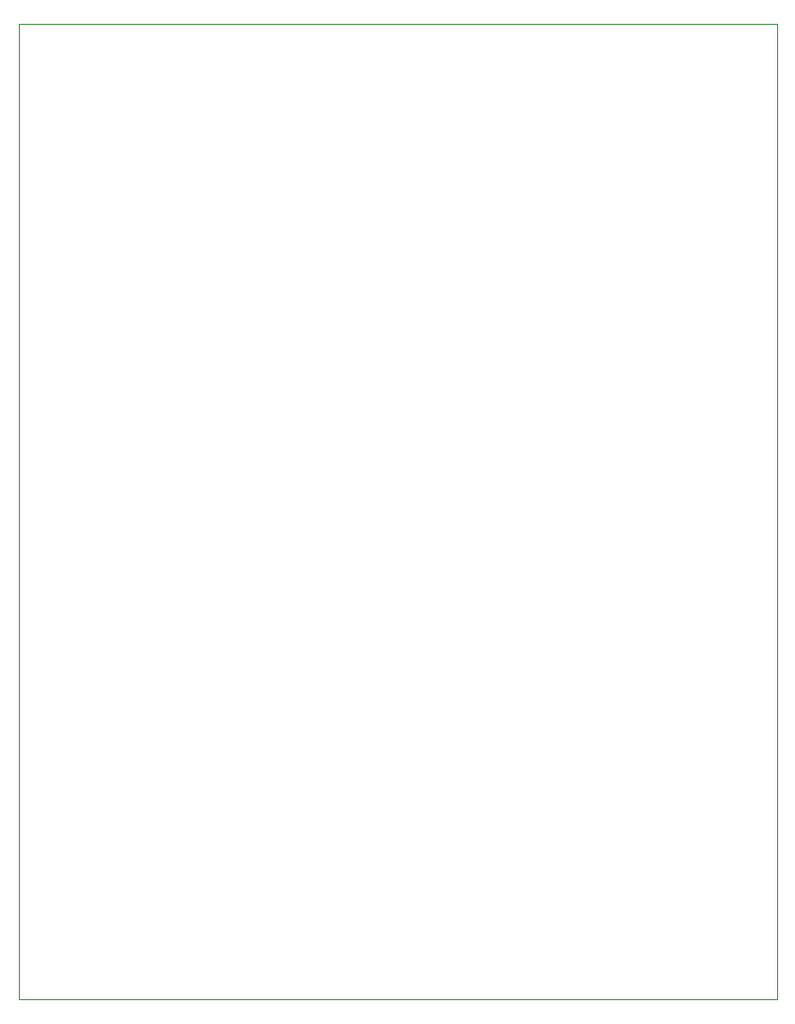
<source format=gtp>
G04 Layer_Color=8421504*
%FSLAX25Y25*%
%MOIN*%
G70*
G01*
G75*
D10*
X245818Y176066D02*
D03*
X243259D02*
D03*
X240700D02*
D03*
X238141D02*
D03*
X235582D02*
D03*
D11*
X240700Y165234D02*
D03*
D12*
X204787Y301575D02*
D03*
Y298426D02*
D03*
X208212Y301575D02*
D03*
Y298426D02*
D03*
D13*
X202564Y305906D02*
D03*
X204137D02*
D03*
X205713D02*
D03*
X207288D02*
D03*
X208862D02*
D03*
X210437D02*
D03*
Y294094D02*
D03*
X208862D02*
D03*
X207288D02*
D03*
X205713D02*
D03*
X204137D02*
D03*
X202564D02*
D03*
D14*
X212405Y303938D02*
D03*
Y302362D02*
D03*
Y300787D02*
D03*
Y299214D02*
D03*
Y297639D02*
D03*
Y296063D02*
D03*
X200594D02*
D03*
Y297639D02*
D03*
Y299214D02*
D03*
Y300787D02*
D03*
Y302362D02*
D03*
Y303938D02*
D03*
D15*
X250500Y440500D02*
D03*
Y446000D02*
D03*
X232500Y372500D02*
D03*
Y378000D02*
D03*
X250500Y422500D02*
D03*
Y428000D02*
D03*
X222000Y378000D02*
D03*
Y383500D02*
D03*
Y363500D02*
D03*
Y358000D02*
D03*
X200500Y445000D02*
D03*
Y450500D02*
D03*
X192000Y321500D02*
D03*
Y327000D02*
D03*
X205500Y321500D02*
D03*
Y327000D02*
D03*
X222500Y321500D02*
D03*
Y327000D02*
D03*
X214500Y321500D02*
D03*
Y327000D02*
D03*
X200500Y430500D02*
D03*
Y425000D02*
D03*
X183000Y292000D02*
D03*
Y286500D02*
D03*
X265000Y332000D02*
D03*
Y337500D02*
D03*
X314000Y187833D02*
D03*
Y182333D02*
D03*
X165500Y179000D02*
D03*
Y173500D02*
D03*
X218500Y178000D02*
D03*
Y183500D02*
D03*
X207500Y178000D02*
D03*
Y183500D02*
D03*
X158500Y186000D02*
D03*
Y191500D02*
D03*
X144500Y186000D02*
D03*
Y191500D02*
D03*
X342500Y186500D02*
D03*
Y181000D02*
D03*
X353500Y186500D02*
D03*
Y192000D02*
D03*
X342500Y213000D02*
D03*
Y207500D02*
D03*
X330000Y207500D02*
D03*
Y202000D02*
D03*
D16*
X319000Y422000D02*
D03*
X324500D02*
D03*
X321500Y354500D02*
D03*
X316000D02*
D03*
X281500Y274400D02*
D03*
X287000D02*
D03*
X281500Y266500D02*
D03*
X287000D02*
D03*
X281500Y256500D02*
D03*
X287000D02*
D03*
X281500Y306000D02*
D03*
X287000D02*
D03*
X281500Y298100D02*
D03*
X287000D02*
D03*
X281500Y290200D02*
D03*
X287000D02*
D03*
X281500Y282500D02*
D03*
X287000D02*
D03*
X180500Y321500D02*
D03*
X175000D02*
D03*
X213000Y281500D02*
D03*
X207500D02*
D03*
X226500D02*
D03*
X221000D02*
D03*
X307000Y354500D02*
D03*
X301500D02*
D03*
X248000Y236833D02*
D03*
X253500D02*
D03*
X248000Y223833D02*
D03*
X253500D02*
D03*
X328000Y181000D02*
D03*
X333500D02*
D03*
X314000Y171000D02*
D03*
X308500D02*
D03*
X319500Y201333D02*
D03*
X314000D02*
D03*
X189500Y232500D02*
D03*
X195000D02*
D03*
X333500Y188000D02*
D03*
X328000D02*
D03*
X195000Y250500D02*
D03*
X189500D02*
D03*
X330500Y222333D02*
D03*
X336000D02*
D03*
X314000Y217833D02*
D03*
X319500D02*
D03*
X314000Y231833D02*
D03*
X319500D02*
D03*
D17*
X313743Y299522D02*
D03*
X313751Y295193D02*
D03*
X313743Y290876D02*
D03*
Y286548D02*
D03*
Y282222D02*
D03*
Y277898D02*
D03*
Y273581D02*
D03*
Y269258D02*
D03*
Y264912D02*
D03*
D18*
X316256Y260000D02*
D03*
D19*
Y318000D02*
D03*
D20*
X354257Y321000D02*
D03*
Y260000D02*
D03*
D21*
X255000Y211833D02*
D03*
Y209833D02*
D03*
Y207833D02*
D03*
Y205833D02*
D03*
Y203833D02*
D03*
Y201833D02*
D03*
Y199833D02*
D03*
X243500D02*
D03*
Y201833D02*
D03*
Y203833D02*
D03*
Y205833D02*
D03*
Y207833D02*
D03*
Y209833D02*
D03*
Y211833D02*
D03*
D22*
X353500Y210000D02*
D03*
Y207500D02*
D03*
Y205000D02*
D03*
Y202500D02*
D03*
X372811D02*
D03*
Y205000D02*
D03*
Y210000D02*
D03*
Y207500D02*
D03*
D23*
X195500Y193500D02*
D03*
X177500D02*
D03*
D24*
X186500D02*
D03*
D25*
Y168697D02*
D03*
D26*
X274000Y332001D02*
D03*
Y340702D02*
D03*
D27*
X153499Y173500D02*
D03*
X144798D02*
D03*
D28*
X272736Y415350D02*
D03*
X274705D02*
D03*
X276673D02*
D03*
X278642D02*
D03*
X280610D02*
D03*
X282579D02*
D03*
X284547D02*
D03*
X286516D02*
D03*
X288484D02*
D03*
X290453D02*
D03*
X292421D02*
D03*
X294390D02*
D03*
X296358D02*
D03*
X298327D02*
D03*
X300295D02*
D03*
X302264D02*
D03*
Y371650D02*
D03*
X300295D02*
D03*
X298327D02*
D03*
X296358D02*
D03*
X294390D02*
D03*
X292421D02*
D03*
X290453D02*
D03*
X288484D02*
D03*
X286516D02*
D03*
X284547D02*
D03*
X282579D02*
D03*
X280610D02*
D03*
X278642D02*
D03*
X276673D02*
D03*
X274705D02*
D03*
X272736D02*
D03*
D29*
X309350Y408264D02*
D03*
Y406295D02*
D03*
Y404327D02*
D03*
Y402358D02*
D03*
Y400390D02*
D03*
Y398421D02*
D03*
Y396453D02*
D03*
Y394484D02*
D03*
Y392516D02*
D03*
Y390547D02*
D03*
Y388579D02*
D03*
Y386610D02*
D03*
Y384642D02*
D03*
Y382673D02*
D03*
Y380705D02*
D03*
Y378736D02*
D03*
X265650D02*
D03*
Y380705D02*
D03*
Y382673D02*
D03*
Y384642D02*
D03*
Y386610D02*
D03*
Y388579D02*
D03*
Y390547D02*
D03*
Y392516D02*
D03*
Y394484D02*
D03*
Y396453D02*
D03*
Y398421D02*
D03*
Y400390D02*
D03*
Y402358D02*
D03*
Y404327D02*
D03*
Y406295D02*
D03*
Y408264D02*
D03*
D33*
X384500Y153500D02*
Y191500D01*
X331000Y153500D02*
X384500D01*
X130000Y481000D02*
X384500D01*
Y406000D02*
Y481000D01*
X130000Y153500D02*
X331000D01*
X130000D02*
Y481000D01*
X384500Y191500D02*
Y406000D01*
M02*

</source>
